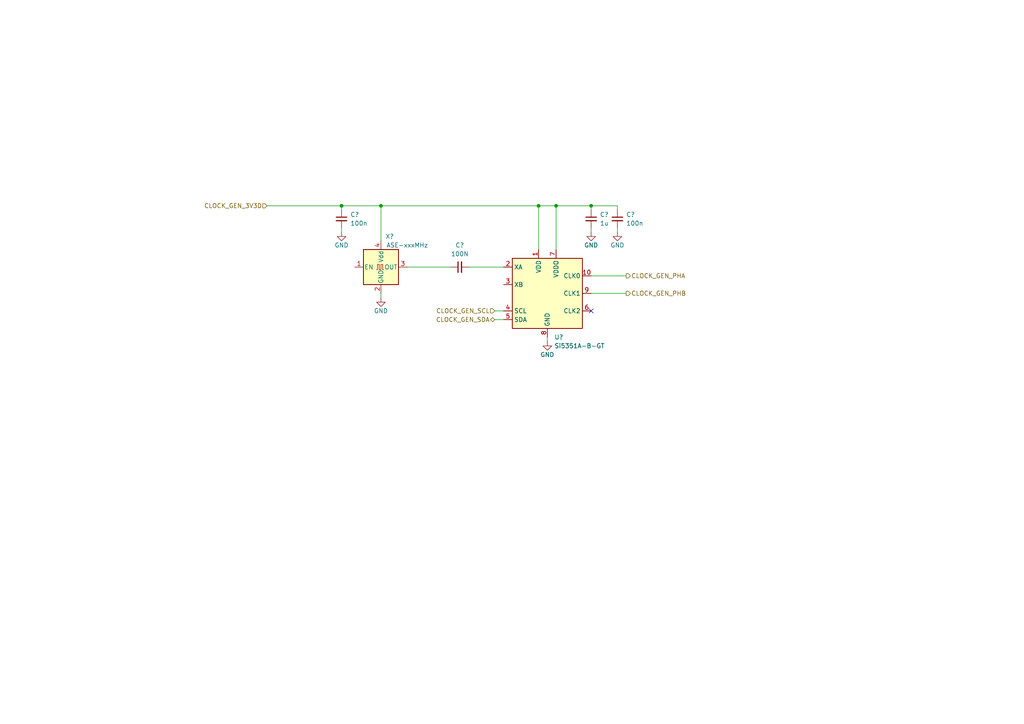
<source format=kicad_sch>
(kicad_sch (version 20211123) (generator eeschema)
  (paper "A4")
  (lib_symbols
    (symbol "Device:C_Small" (pin_numbers hide) (pin_names (offset 0.254) hide)
      (property "Reference" "C" (at 0.254 1.778 0))
      (property "Value" "C_Small" (at 0.254 -2.032 0))
      (symbol "C_Small_0_1"
        (polyline (pts (xy -1.524 -0.508) (xy 1.524 -0.508)) (stroke (width 0.3302)))
        (polyline (pts (xy -1.524 0.508) (xy 1.524 0.508)) (stroke (width 0.3048)))
      )
      (symbol "C_Small_1_1"
        (pin passive line (at 0 2.54 270) (length 2.032) (name "~") (number "1"))
        (pin passive line (at 0 -2.54 90) (length 2.032) (name "~") (number "2"))
      )
    )
    (symbol "Oscillator:ASE-xxxMHz" (pin_names (offset 0.254))
      (property "Reference" "X" (at -5.08 6.35 0))
      (property "Value" "ASE-xxxMHz" (at 1.27 -6.35 0))
      (symbol "ASE-xxxMHz_0_1"
        (rectangle (start -5.08 5.08) (end 5.08 -5.08) (stroke (width 0.254)) (fill (type background)))
        (polyline (pts (xy -1.27 -0.762) (xy -1.016 -0.762) (xy -1.016 0.762) (xy -0.508 0.762) (xy -0.508 -0.762) (xy 0 -0.762) (xy 0 0.762) (xy 0.508 0.762) (xy 0.508 -0.762) (xy 0.762 -0.762)))
      )
      (symbol "ASE-xxxMHz_1_1"
        (pin input line (at -7.62 0 0) (length 2.54) (name "EN") (number "1"))
        (pin power_in line (at 0 -7.62 90) (length 2.54) (name "GND") (number "2"))
        (pin output line (at 7.62 0 180) (length 2.54) (name "OUT") (number "3"))
        (pin power_in line (at 0 7.62 270) (length 2.54) (name "Vdd") (number "4"))
      )
    )
    (symbol "Oscillator:Si5351A-B-GT"
      (property "Reference" "U" (at -8.89 11.43 0))
      (property "Value" "Si5351A-B-GT" (at -12.7 -12.7 0))
      (symbol "Si5351A-B-GT_0_1"
        (rectangle (start -10.16 10.16) (end 10.16 -10.16) (stroke (width 0.254)) (fill (type background)))
      )
      (symbol "Si5351A-B-GT_1_1"
        (pin power_in line (at -2.54 12.7 270) (length 2.54) (name "VDD") (number "1"))
        (pin output line (at 12.7 5.08 180) (length 2.54) (name "CLK0") (number "10"))
        (pin input line (at -12.7 7.62 0) (length 2.54) (name "XA") (number "2"))
        (pin input line (at -12.7 2.54 0) (length 2.54) (name "XB") (number "3"))
        (pin input line (at -12.7 -5.08 0) (length 2.54) (name "SCL") (number "4"))
        (pin bidirectional line (at -12.7 -7.62 0) (length 2.54) (name "SDA") (number "5"))
        (pin output line (at 12.7 -5.08 180) (length 2.54) (name "CLK2") (number "6"))
        (pin power_in line (at 2.54 12.7 270) (length 2.54) (name "VDDO") (number "7"))
        (pin power_in line (at 0 -12.7 90) (length 2.54) (name "GND") (number "8"))
        (pin output line (at 12.7 0 180) (length 2.54) (name "CLK1") (number "9"))
      )
    )
    (symbol "power:GND" (power) (pin_names (offset 0))
      (property "Value" "GND" (at 0 -3.81 0))
      (symbol "GND_0_1"
        (polyline (pts (xy 0 0) (xy 0 -1.27) (xy 1.27 -1.27) (xy 0 -2.54) (xy -1.27 -1.27) (xy 0 -1.27)))
      )
      (symbol "GND_1_1"
        (pin power_in line (at 0 0 270) (length 0) hide (name "GND") (number "1"))
      )
    )
  )
  (junction (at 99.06 59.69))
  (junction (at 110.49 59.69))
  (junction (at 171.45 59.69))
  (junction (at 156.21 59.69))
  (junction (at 161.29 59.69))
  (no_connect (at 171.45 90.17))
  (wire (pts (xy 171.45 59.69) (xy 179.07 59.69)))
  (wire (pts (xy 99.06 66.04) (xy 99.06 67.31)))
  (wire (pts (xy 171.45 66.04) (xy 171.45 67.31)))
  (wire (pts (xy 99.06 59.69) (xy 99.06 60.96)))
  (wire (pts (xy 156.21 59.69) (xy 156.21 72.39)))
  (wire (pts (xy 143.51 92.71) (xy 146.05 92.71)))
  (wire (pts (xy 135.89 77.47) (xy 146.05 77.47)))
  (wire (pts (xy 158.75 97.79) (xy 158.75 99.06)))
  (wire (pts (xy 171.45 80.01) (xy 181.61 80.01)))
  (wire (pts (xy 110.49 85.09) (xy 110.49 86.36)))
  (wire (pts (xy 179.07 66.04) (xy 179.07 67.31)))
  (wire (pts (xy 110.49 59.69) (xy 156.21 59.69)))
  (wire (pts (xy 171.45 59.69) (xy 171.45 60.96)))
  (wire (pts (xy 143.51 90.17) (xy 146.05 90.17)))
  (wire (pts (xy 161.29 59.69) (xy 161.29 72.39)))
  (wire (pts (xy 156.21 59.69) (xy 161.29 59.69)))
  (wire (pts (xy 110.49 59.69) (xy 110.49 69.85)))
  (wire (pts (xy 161.29 59.69) (xy 171.45 59.69)))
  (wire (pts (xy 171.45 85.09) (xy 181.61 85.09)))
  (wire (pts (xy 77.47 59.69) (xy 99.06 59.69)))
  (wire (pts (xy 179.07 60.96) (xy 179.07 59.69)))
  (wire (pts (xy 99.06 59.69) (xy 110.49 59.69)))
  (wire (pts (xy 118.11 77.47) (xy 130.81 77.47)))
  (hierarchical_label "CLOCK_GEN_PHA" (shape output) (at 181.61 80.01 0))
  (hierarchical_label "CLOCK_GEN_3V3D" (shape input) (at 77.47 59.69 180))
  (hierarchical_label "CLOCK_GEN_SDA" (shape bidirectional) (at 143.51 92.71 180))
  (hierarchical_label "CLOCK_GEN_PHB" (shape output) (at 181.61 85.09 0))
  (hierarchical_label "CLOCK_GEN_SCL" (shape input) (at 143.51 90.17 180))
  (symbol (lib_id "power:GND") (at 158.75 99.06 0) (unit 1)
    (property "Reference" "#PWR?" (effects hide))
    (property "Value" "GND" (at 158.75 102.87 0))
  )
  (symbol (lib_id "power:GND") (at 171.45 67.31 0) (unit 1)
    (property "Reference" "#PWR?" (effects hide))
    (property "Value" "GND" (at 171.45 71.12 0))
  )
  (symbol (lib_id "Device:C_Small") (at 133.35 77.47 90) (unit 1)
    (property "Reference" "C?" (at 133.3563 71.12 90))
    (property "Value" "100N" (at 133.3563 73.66 90))
    (property "Footprint" "Capacitor_SMD:C_0805_2012Metric_Pad1.18x1.45mm_HandSolder" (effects hide))
  )
  (symbol (lib_id "Device:C_Small") (at 171.45 63.5 0) (unit 1)
    (property "Reference" "C?" (at 173.99 62.2362 0) (effects (justify left)))
    (property "Value" "1u" (at 173.99 64.7762 0) (effects (justify left)))
    (property "Footprint" "Capacitor_SMD:C_0805_2012Metric_Pad1.18x1.45mm_HandSolder" (effects hide))
  )
  (symbol (lib_id "Device:C_Small") (at 179.07 63.5 0) (unit 1)
    (property "Reference" "C?" (at 181.61 62.2362 0) (effects (justify left)))
    (property "Value" "100n" (at 181.61 64.7762 0) (effects (justify left)))
    (property "Footprint" "Capacitor_SMD:C_0805_2012Metric_Pad1.18x1.45mm_HandSolder" (effects hide))
  )
  (symbol (lib_id "power:GND") (at 110.49 86.36 0) (unit 1)
    (property "Reference" "#PWR?" (effects hide))
    (property "Value" "GND" (at 110.49 90.17 0))
  )
  (symbol (lib_id "Oscillator:Si5351A-B-GT") (at 158.75 85.09 0) (unit 1)
    (property "Reference" "U?" (at 160.7694 97.79 0) (effects (justify left)))
    (property "Value" "Si5351A-B-GT" (at 160.7694 100.33 0) (effects (justify left)))
    (property "Footprint" "Package_SO:MSOP-10_3x3mm_P0.5mm" (effects hide))
    (property "Datasheet" "https://www.silabs.com/documents/public/data-sheets/Si5351-B.pdf" (effects hide))
  )
  (symbol (lib_id "power:GND") (at 99.06 67.31 0) (unit 1)
    (property "Reference" "#PWR?" (effects hide))
    (property "Value" "GND" (at 99.06 71.12 0))
  )
  (symbol (lib_id "Oscillator:ASE-xxxMHz") (at 110.49 77.47 0) (unit 1)
    (property "Reference" "X?" (at 113.03 68.58 0))
    (property "Value" "ASE-xxxMHz" (at 118.11 71.12 0))
    (property "Footprint" "Oscillator:Oscillator_SMD_Abracon_ASE-4Pin_3.2x2.5mm" (effects hide))
    (property "Datasheet" "http://www.abracon.com/Oscillators/ASV.pdf" (effects hide))
  )
  (symbol (lib_id "Device:C_Small") (at 99.06 63.5 0) (unit 1)
    (property "Reference" "C?" (at 101.6 62.2362 0) (effects (justify left)))
    (property "Value" "100n" (at 101.6 64.7762 0) (effects (justify left)))
    (property "Footprint" "Capacitor_SMD:C_0805_2012Metric_Pad1.18x1.45mm_HandSolder" (effects hide))
  )
  (symbol (lib_id "power:GND") (at 179.07 67.31 0) (unit 1)
    (property "Reference" "#PWR?" (effects hide))
    (property "Value" "GND" (at 179.07 71.12 0))
  )
)
</source>
